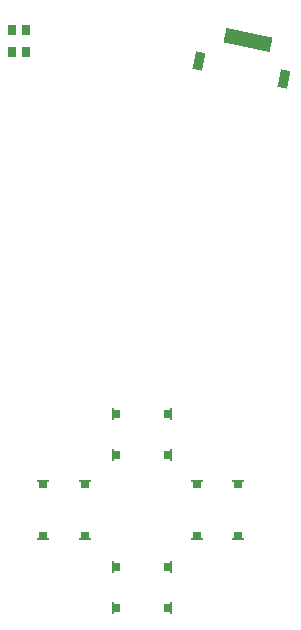
<source format=gbr>
%TF.GenerationSoftware,KiCad,Pcbnew,9.0.3*%
%TF.CreationDate,2025-07-19T19:29:57+01:00*%
%TF.ProjectId,GhostPAW,47686f73-7450-4415-972e-6b696361645f,rev?*%
%TF.SameCoordinates,Original*%
%TF.FileFunction,Paste,Bot*%
%TF.FilePolarity,Positive*%
%FSLAX46Y46*%
G04 Gerber Fmt 4.6, Leading zero omitted, Abs format (unit mm)*
G04 Created by KiCad (PCBNEW 9.0.3) date 2025-07-19 19:29:57*
%MOMM*%
%LPD*%
G01*
G04 APERTURE LIST*
G04 Aperture macros list*
%AMRotRect*
0 Rectangle, with rotation*
0 The origin of the aperture is its center*
0 $1 length*
0 $2 width*
0 $3 Rotation angle, in degrees counterclockwise*
0 Add horizontal line*
21,1,$1,$2,0,0,$3*%
G04 Aperture macros list end*
%ADD10RotRect,0.812800X1.498600X348.000000*%
%ADD11RotRect,3.987800X1.244600X348.000000*%
%ADD12R,0.700000X0.500000*%
%ADD13R,1.100000X0.200000*%
%ADD14R,0.500000X0.700000*%
%ADD15R,0.200000X1.100000*%
%ADD16R,0.800000X0.900000*%
G04 APERTURE END LIST*
D10*
%TO.C,U6*%
X156835841Y-71015495D03*
X164065721Y-72552253D03*
D11*
X161000001Y-69199999D03*
%TD*%
D12*
%TO.C,S4*%
X143650000Y-106875000D03*
X143650000Y-111125000D03*
X147150000Y-106875000D03*
X147150000Y-111125000D03*
D13*
X143650000Y-106525000D03*
X143650000Y-111475000D03*
X147150000Y-106525000D03*
X147150000Y-111475000D03*
%TD*%
D12*
%TO.C,S3*%
X156650000Y-106875000D03*
X156650000Y-111125000D03*
X160150000Y-106875000D03*
X160150000Y-111125000D03*
D13*
X156650000Y-106525000D03*
X156650000Y-111475000D03*
X160150000Y-106525000D03*
X160150000Y-111475000D03*
%TD*%
D14*
%TO.C,S2*%
X154125000Y-113850000D03*
X149875000Y-113850000D03*
X154125000Y-117350000D03*
X149875000Y-117350000D03*
D15*
X154475000Y-113850000D03*
X149525000Y-113850000D03*
X154475000Y-117350000D03*
X149525000Y-117350000D03*
%TD*%
D14*
%TO.C,S1*%
X154125000Y-100850000D03*
X149875000Y-100850000D03*
X154125000Y-104350000D03*
X149875000Y-104350000D03*
D15*
X154475000Y-100850000D03*
X149525000Y-100850000D03*
X154475000Y-104350000D03*
X149525000Y-104350000D03*
%TD*%
D16*
%TO.C,LED1*%
X142200000Y-70200000D03*
X141000000Y-70200000D03*
X141000000Y-68400000D03*
X142200000Y-68400000D03*
%TD*%
M02*

</source>
